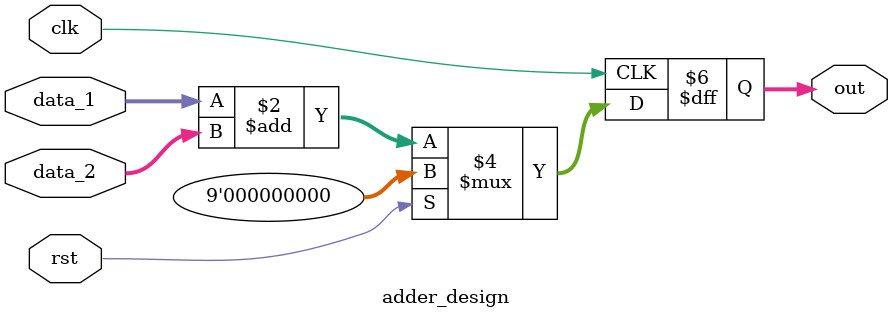
<source format=sv>
module adder_design(
                input       wire            clk     ,
                input       wire            rst     ,
                input       wire    [7:0]   data_1  ,
                input       wire    [7:0]   data_2  ,
                output      reg     [8:0]   out     
);

always @(posedge clk) begin 
    if(rst)
        out <= 9'd0;
    else 
        out <= data_1 + data_2;
end

endmodule






</source>
